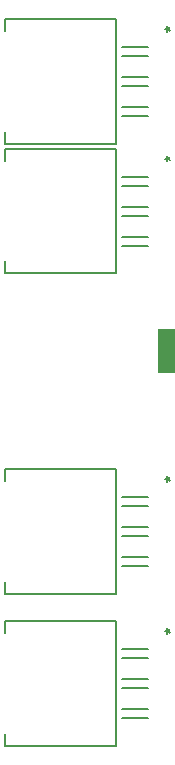
<source format=gbo>
G04 #@! TF.GenerationSoftware,KiCad,Pcbnew,7.0.1*
G04 #@! TF.CreationDate,2023-04-06T04:35:05-07:00*
G04 #@! TF.ProjectId,rps01,72707330-312e-46b6-9963-61645f706362,0*
G04 #@! TF.SameCoordinates,Original*
G04 #@! TF.FileFunction,Legend,Bot*
G04 #@! TF.FilePolarity,Positive*
%FSLAX46Y46*%
G04 Gerber Fmt 4.6, Leading zero omitted, Abs format (unit mm)*
G04 Created by KiCad (PCBNEW 7.0.1) date 2023-04-06 04:35:05*
%MOMM*%
%LPD*%
G01*
G04 APERTURE LIST*
G04 Aperture macros list*
%AMRoundRect*
0 Rectangle with rounded corners*
0 $1 Rounding radius*
0 $2 $3 $4 $5 $6 $7 $8 $9 X,Y pos of 4 corners*
0 Add a 4 corners polygon primitive as box body*
4,1,4,$2,$3,$4,$5,$6,$7,$8,$9,$2,$3,0*
0 Add four circle primitives for the rounded corners*
1,1,$1+$1,$2,$3*
1,1,$1+$1,$4,$5*
1,1,$1+$1,$6,$7*
1,1,$1+$1,$8,$9*
0 Add four rect primitives between the rounded corners*
20,1,$1+$1,$2,$3,$4,$5,0*
20,1,$1+$1,$4,$5,$6,$7,0*
20,1,$1+$1,$6,$7,$8,$9,0*
20,1,$1+$1,$8,$9,$2,$3,0*%
G04 Aperture macros list end*
%ADD10C,0.150000*%
%ADD11C,0.152400*%
%ADD12RoundRect,1.900000X1.900000X-1.900000X1.900000X1.900000X-1.900000X1.900000X-1.900000X-1.900000X0*%
%ADD13C,7.600000*%
%ADD14R,1.200000X1.200000*%
%ADD15C,1.200000*%
%ADD16RoundRect,1.900000X-1.900000X1.900000X-1.900000X-1.900000X1.900000X-1.900000X1.900000X1.900000X0*%
%ADD17RoundRect,1.900000X-1.900000X-1.900000X1.900000X-1.900000X1.900000X1.900000X-1.900000X1.900000X0*%
%ADD18RoundRect,1.500000X-1.500000X-1.500000X1.500000X-1.500000X1.500000X1.500000X-1.500000X1.500000X0*%
%ADD19C,6.000000*%
%ADD20R,3.251200X0.812800*%
%ADD21R,8.305800X7.874000*%
G04 APERTURE END LIST*
D10*
X35236819Y-43238095D02*
X36046342Y-43238095D01*
X36046342Y-43238095D02*
X36141580Y-43285714D01*
X36141580Y-43285714D02*
X36189200Y-43333333D01*
X36189200Y-43333333D02*
X36236819Y-43428571D01*
X36236819Y-43428571D02*
X36236819Y-43619047D01*
X36236819Y-43619047D02*
X36189200Y-43714285D01*
X36189200Y-43714285D02*
X36141580Y-43761904D01*
X36141580Y-43761904D02*
X36046342Y-43809523D01*
X36046342Y-43809523D02*
X35236819Y-43809523D01*
X35236819Y-44714285D02*
X35236819Y-44523809D01*
X35236819Y-44523809D02*
X35284438Y-44428571D01*
X35284438Y-44428571D02*
X35332057Y-44380952D01*
X35332057Y-44380952D02*
X35474914Y-44285714D01*
X35474914Y-44285714D02*
X35665390Y-44238095D01*
X35665390Y-44238095D02*
X36046342Y-44238095D01*
X36046342Y-44238095D02*
X36141580Y-44285714D01*
X36141580Y-44285714D02*
X36189200Y-44333333D01*
X36189200Y-44333333D02*
X36236819Y-44428571D01*
X36236819Y-44428571D02*
X36236819Y-44619047D01*
X36236819Y-44619047D02*
X36189200Y-44714285D01*
X36189200Y-44714285D02*
X36141580Y-44761904D01*
X36141580Y-44761904D02*
X36046342Y-44809523D01*
X36046342Y-44809523D02*
X35808247Y-44809523D01*
X35808247Y-44809523D02*
X35713009Y-44761904D01*
X35713009Y-44761904D02*
X35665390Y-44714285D01*
X35665390Y-44714285D02*
X35617771Y-44619047D01*
X35617771Y-44619047D02*
X35617771Y-44428571D01*
X35617771Y-44428571D02*
X35665390Y-44333333D01*
X35665390Y-44333333D02*
X35713009Y-44285714D01*
X35713009Y-44285714D02*
X35808247Y-44238095D01*
X44634819Y-39555000D02*
X44872914Y-39555000D01*
X44777676Y-39316905D02*
X44872914Y-39555000D01*
X44872914Y-39555000D02*
X44777676Y-39793095D01*
X45063390Y-39412143D02*
X44872914Y-39555000D01*
X44872914Y-39555000D02*
X45063390Y-39697857D01*
X44634819Y-39555000D02*
X44872914Y-39555000D01*
X44777676Y-39316905D02*
X44872914Y-39555000D01*
X44872914Y-39555000D02*
X44777676Y-39793095D01*
X45063390Y-39412143D02*
X44872914Y-39555000D01*
X44872914Y-39555000D02*
X45063390Y-39697857D01*
X35236819Y-32258095D02*
X36046342Y-32258095D01*
X36046342Y-32258095D02*
X36141580Y-32305714D01*
X36141580Y-32305714D02*
X36189200Y-32353333D01*
X36189200Y-32353333D02*
X36236819Y-32448571D01*
X36236819Y-32448571D02*
X36236819Y-32639047D01*
X36236819Y-32639047D02*
X36189200Y-32734285D01*
X36189200Y-32734285D02*
X36141580Y-32781904D01*
X36141580Y-32781904D02*
X36046342Y-32829523D01*
X36046342Y-32829523D02*
X35236819Y-32829523D01*
X35236819Y-33210476D02*
X35236819Y-33829523D01*
X35236819Y-33829523D02*
X35617771Y-33496190D01*
X35617771Y-33496190D02*
X35617771Y-33639047D01*
X35617771Y-33639047D02*
X35665390Y-33734285D01*
X35665390Y-33734285D02*
X35713009Y-33781904D01*
X35713009Y-33781904D02*
X35808247Y-33829523D01*
X35808247Y-33829523D02*
X36046342Y-33829523D01*
X36046342Y-33829523D02*
X36141580Y-33781904D01*
X36141580Y-33781904D02*
X36189200Y-33734285D01*
X36189200Y-33734285D02*
X36236819Y-33639047D01*
X36236819Y-33639047D02*
X36236819Y-33353333D01*
X36236819Y-33353333D02*
X36189200Y-33258095D01*
X36189200Y-33258095D02*
X36141580Y-33210476D01*
X44634819Y-28575000D02*
X44872914Y-28575000D01*
X44777676Y-28336905D02*
X44872914Y-28575000D01*
X44872914Y-28575000D02*
X44777676Y-28813095D01*
X45063390Y-28432143D02*
X44872914Y-28575000D01*
X44872914Y-28575000D02*
X45063390Y-28717857D01*
X44634819Y-28575000D02*
X44872914Y-28575000D01*
X44777676Y-28336905D02*
X44872914Y-28575000D01*
X44872914Y-28575000D02*
X44777676Y-28813095D01*
X45063390Y-28432143D02*
X44872914Y-28575000D01*
X44872914Y-28575000D02*
X45063390Y-28717857D01*
X35236819Y-70358095D02*
X36046342Y-70358095D01*
X36046342Y-70358095D02*
X36141580Y-70405714D01*
X36141580Y-70405714D02*
X36189200Y-70453333D01*
X36189200Y-70453333D02*
X36236819Y-70548571D01*
X36236819Y-70548571D02*
X36236819Y-70739047D01*
X36236819Y-70739047D02*
X36189200Y-70834285D01*
X36189200Y-70834285D02*
X36141580Y-70881904D01*
X36141580Y-70881904D02*
X36046342Y-70929523D01*
X36046342Y-70929523D02*
X35236819Y-70929523D01*
X35570152Y-71834285D02*
X36236819Y-71834285D01*
X35189200Y-71596190D02*
X35903485Y-71358095D01*
X35903485Y-71358095D02*
X35903485Y-71977142D01*
X44634819Y-66675000D02*
X44872914Y-66675000D01*
X44777676Y-66436905D02*
X44872914Y-66675000D01*
X44872914Y-66675000D02*
X44777676Y-66913095D01*
X45063390Y-66532143D02*
X44872914Y-66675000D01*
X44872914Y-66675000D02*
X45063390Y-66817857D01*
X44634819Y-66675000D02*
X44872914Y-66675000D01*
X44777676Y-66436905D02*
X44872914Y-66675000D01*
X44872914Y-66675000D02*
X44777676Y-66913095D01*
X45063390Y-66532143D02*
X44872914Y-66675000D01*
X44872914Y-66675000D02*
X45063390Y-66817857D01*
X35236819Y-83238095D02*
X36046342Y-83238095D01*
X36046342Y-83238095D02*
X36141580Y-83285714D01*
X36141580Y-83285714D02*
X36189200Y-83333333D01*
X36189200Y-83333333D02*
X36236819Y-83428571D01*
X36236819Y-83428571D02*
X36236819Y-83619047D01*
X36236819Y-83619047D02*
X36189200Y-83714285D01*
X36189200Y-83714285D02*
X36141580Y-83761904D01*
X36141580Y-83761904D02*
X36046342Y-83809523D01*
X36046342Y-83809523D02*
X35236819Y-83809523D01*
X35236819Y-84761904D02*
X35236819Y-84285714D01*
X35236819Y-84285714D02*
X35713009Y-84238095D01*
X35713009Y-84238095D02*
X35665390Y-84285714D01*
X35665390Y-84285714D02*
X35617771Y-84380952D01*
X35617771Y-84380952D02*
X35617771Y-84619047D01*
X35617771Y-84619047D02*
X35665390Y-84714285D01*
X35665390Y-84714285D02*
X35713009Y-84761904D01*
X35713009Y-84761904D02*
X35808247Y-84809523D01*
X35808247Y-84809523D02*
X36046342Y-84809523D01*
X36046342Y-84809523D02*
X36141580Y-84761904D01*
X36141580Y-84761904D02*
X36189200Y-84714285D01*
X36189200Y-84714285D02*
X36236819Y-84619047D01*
X36236819Y-84619047D02*
X36236819Y-84380952D01*
X36236819Y-84380952D02*
X36189200Y-84285714D01*
X36189200Y-84285714D02*
X36141580Y-84238095D01*
X44634819Y-79555000D02*
X44872914Y-79555000D01*
X44777676Y-79316905D02*
X44872914Y-79555000D01*
X44872914Y-79555000D02*
X44777676Y-79793095D01*
X45063390Y-79412143D02*
X44872914Y-79555000D01*
X44872914Y-79555000D02*
X45063390Y-79697857D01*
X44634819Y-79555000D02*
X44872914Y-79555000D01*
X44777676Y-79316905D02*
X44872914Y-79555000D01*
X44872914Y-79555000D02*
X44777676Y-79793095D01*
X45063390Y-79412143D02*
X44872914Y-79555000D01*
X44872914Y-79555000D02*
X45063390Y-79697857D01*
D11*
X40473200Y-38716800D02*
X40473200Y-49283200D01*
X31075200Y-38716800D02*
X40473200Y-38716800D01*
X31075200Y-39730260D02*
X31075200Y-38716800D01*
X40955800Y-41079000D02*
X43191000Y-41079000D01*
X40955800Y-41841000D02*
X43191000Y-41841000D01*
X40955800Y-43619000D02*
X43191000Y-43619000D01*
X40955800Y-44381000D02*
X43191000Y-44381000D01*
X40955800Y-46159000D02*
X43191000Y-46159000D01*
X40955800Y-46921000D02*
X43191000Y-46921000D01*
X40473200Y-49283200D02*
X31075200Y-49283200D01*
X31075200Y-49283200D02*
X31075200Y-48269740D01*
X40473200Y-27736800D02*
X40473200Y-38303200D01*
X31075200Y-27736800D02*
X40473200Y-27736800D01*
X31075200Y-28750260D02*
X31075200Y-27736800D01*
X40955800Y-30099000D02*
X43191000Y-30099000D01*
X40955800Y-30861000D02*
X43191000Y-30861000D01*
X40955800Y-32639000D02*
X43191000Y-32639000D01*
X40955800Y-33401000D02*
X43191000Y-33401000D01*
X40955800Y-35179000D02*
X43191000Y-35179000D01*
X40955800Y-35941000D02*
X43191000Y-35941000D01*
X40473200Y-38303200D02*
X31075200Y-38303200D01*
X31075200Y-38303200D02*
X31075200Y-37289740D01*
X40473200Y-65836800D02*
X40473200Y-76403200D01*
X31075200Y-65836800D02*
X40473200Y-65836800D01*
X31075200Y-66850260D02*
X31075200Y-65836800D01*
X40955800Y-68199000D02*
X43191000Y-68199000D01*
X40955800Y-68961000D02*
X43191000Y-68961000D01*
X40955800Y-70739000D02*
X43191000Y-70739000D01*
X40955800Y-71501000D02*
X43191000Y-71501000D01*
X40955800Y-73279000D02*
X43191000Y-73279000D01*
X40955800Y-74041000D02*
X43191000Y-74041000D01*
X40473200Y-76403200D02*
X31075200Y-76403200D01*
X31075200Y-76403200D02*
X31075200Y-75389740D01*
X40473200Y-78716800D02*
X40473200Y-89283200D01*
X31075200Y-78716800D02*
X40473200Y-78716800D01*
X31075200Y-79730260D02*
X31075200Y-78716800D01*
X40955800Y-81079000D02*
X43191000Y-81079000D01*
X40955800Y-81841000D02*
X43191000Y-81841000D01*
X40955800Y-83619000D02*
X43191000Y-83619000D01*
X40955800Y-84381000D02*
X43191000Y-84381000D01*
X40955800Y-86159000D02*
X43191000Y-86159000D01*
X40955800Y-86921000D02*
X43191000Y-86921000D01*
X40473200Y-89283200D02*
X31075200Y-89283200D01*
X31075200Y-89283200D02*
X31075200Y-88269740D01*
%LPC*%
D12*
X22750000Y-88000000D03*
D13*
X22750000Y-77000000D03*
D14*
X139297500Y16090000D03*
D15*
X142797500Y16090000D03*
D16*
X22750000Y-28500000D03*
D13*
X22750000Y-39500000D03*
D14*
X139297500Y25640000D03*
D15*
X142797500Y25640000D03*
D17*
X47840000Y-55880000D03*
D13*
X58840000Y-55880000D03*
D14*
X169252500Y32920000D03*
D15*
X172752500Y32920000D03*
D18*
X123400000Y20320000D03*
D19*
X130600000Y20320000D03*
D20*
X45172200Y-41460000D03*
X45172200Y-44000000D03*
X45172200Y-46540000D03*
D21*
X35050300Y-44000000D03*
D20*
X45172200Y-30480000D03*
X45172200Y-33020000D03*
X45172200Y-35560000D03*
D21*
X35050300Y-33020000D03*
D20*
X45172200Y-68580000D03*
X45172200Y-71120000D03*
X45172200Y-73660000D03*
D21*
X35050300Y-71120000D03*
D20*
X45172200Y-81460000D03*
X45172200Y-84000000D03*
X45172200Y-86540000D03*
D21*
X35050300Y-84000000D03*
M02*

</source>
